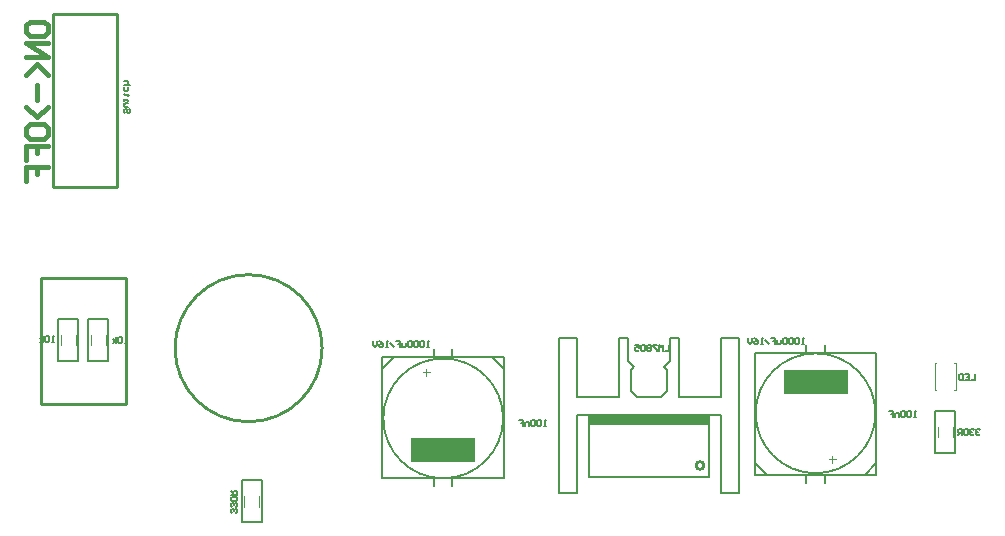
<source format=gbo>
G04*
G04 #@! TF.GenerationSoftware,Altium Limited,Altium Designer,21.0.8 (223)*
G04*
G04 Layer_Color=32896*
%FSTAX24Y24*%
%MOIN*%
G70*
G04*
G04 #@! TF.SameCoordinates,A57ED762-F1FC-47E5-BACA-E58B220B156E*
G04*
G04*
G04 #@! TF.FilePolarity,Positive*
G04*
G01*
G75*
%ADD11C,0.0070*%
%ADD12C,0.0100*%
%ADD15C,0.0050*%
%ADD67C,0.0080*%
%ADD68C,0.0040*%
%ADD69C,0.0157*%
%ADD70R,0.2165X0.0837*%
%ADD71R,0.3990X0.0360*%
D11*
X0349Y02872D02*
X034905Y02879D01*
X03889D01*
X03865Y02703D02*
X03888D01*
X03889Y02704D01*
Y02909D01*
X0349D02*
X03889D01*
X0349Y02704D02*
Y02909D01*
X03489Y02703D02*
X0349Y02704D01*
X03489Y02703D02*
X03865D01*
D12*
X03872Y0274D02*
G03*
X03872Y0274I-00013J0D01*
G01*
X025992Y03131D02*
G03*
X025992Y03131I-002452J0D01*
G01*
X016634Y02944D02*
Y033653D01*
Y02944D02*
X019439D01*
Y033653D01*
X016634D02*
X019439D01*
X019165Y036692D02*
Y042442D01*
X017015Y036692D02*
X019165D01*
X017015D02*
Y042442D01*
X019165D01*
D15*
X044438Y02914D02*
G03*
X044438Y02914I-001998J0D01*
G01*
X04245Y031138D02*
G03*
X04244Y031138I-00001J-001604D01*
G01*
X03002Y026972D02*
G03*
X03003Y026972I00001J001604D01*
G01*
X032028Y02897D02*
G03*
X032028Y02897I-001998J0D01*
G01*
X04244Y027083D02*
X043483D01*
X044074Y027093D02*
X044468Y027486D01*
X04244Y027083D02*
X043739D01*
X04244D02*
X044074D01*
X04244D02*
X044468D01*
Y031138D01*
X04245D02*
X044468D01*
X042135D02*
Y031404D01*
X042745Y031138D02*
Y031404D01*
X042135Y026827D02*
Y027083D01*
X041397D02*
X04244D01*
X040412Y027486D02*
X040806Y027093D01*
X042745Y026827D02*
Y027083D01*
X041141D02*
X04244D01*
X040806D02*
X04244D01*
X040412D02*
X04244D01*
X040412D02*
Y031138D01*
X04243D01*
X04643Y02781D02*
Y02921D01*
X0471D01*
Y02781D02*
Y02921D01*
X04643Y02781D02*
X0471D01*
X03004Y026972D02*
X032058D01*
Y031027D01*
X03003D02*
X032058D01*
X03003D02*
X031664D01*
X03003D02*
X031329D01*
X029725D02*
Y031283D01*
X031664Y031017D02*
X032058Y030624D01*
X03003Y031027D02*
X031073D01*
X030335D02*
Y031283D01*
X029725Y026706D02*
Y026972D01*
X030335Y026706D02*
Y026972D01*
X028002D02*
X03002D01*
X028002D02*
Y031027D01*
X03003D01*
X028396D02*
X03003D01*
X028731D02*
X03003D01*
X028002Y030624D02*
X028396Y031017D01*
X028987Y031027D02*
X03003D01*
X02399Y0255D02*
Y0269D01*
X02332Y0255D02*
X02399D01*
X02332D02*
Y0269D01*
X02399D01*
X01887Y03087D02*
Y03227D01*
X0182Y03087D02*
X01887D01*
X0182D02*
Y03227D01*
X01887D01*
X01787Y03087D02*
Y03227D01*
X0172Y03087D02*
X01787D01*
X0172D02*
Y03227D01*
X01787D01*
X029553Y03134D02*
X029486D01*
X02952D01*
Y03154D01*
X029553Y031507D01*
X029386D02*
X029353Y03154D01*
X029286D01*
X029253Y031507D01*
Y031373D01*
X029286Y03134D01*
X029353D01*
X029386Y031373D01*
Y031507D01*
X029186D02*
X029153Y03154D01*
X029087D01*
X029053Y031507D01*
Y031373D01*
X029087Y03134D01*
X029153D01*
X029186Y031373D01*
Y031507D01*
X028987D02*
X028953Y03154D01*
X028887D01*
X028853Y031507D01*
Y031373D01*
X028887Y03134D01*
X028953D01*
X028987Y031373D01*
Y031507D01*
X028787Y031473D02*
Y031373D01*
X028753Y03134D01*
X028653D01*
Y031473D01*
X028453Y03154D02*
X028587D01*
Y03144D01*
X02852D01*
X028587D01*
Y03134D01*
X028387D02*
X028253Y031473D01*
X028187Y03134D02*
X02812D01*
X028153D01*
Y03154D01*
X028187Y031507D01*
X027887Y03154D02*
X027954Y031507D01*
X02802Y03144D01*
Y031373D01*
X027987Y03134D01*
X02792D01*
X027887Y031373D01*
Y031407D01*
X02792Y03144D01*
X02802D01*
X02782Y03154D02*
Y031407D01*
X027754Y03134D01*
X027687Y031407D01*
Y03154D01*
X047757Y03045D02*
Y03025D01*
X047623D01*
X047423Y03045D02*
X047557D01*
Y03025D01*
X047423D01*
X047557Y03035D02*
X04749D01*
X047357Y03045D02*
Y03025D01*
X047257D01*
X047223Y030283D01*
Y030417D01*
X047257Y03045D01*
X047357D01*
X047937Y028567D02*
X047903Y0286D01*
X047837D01*
X047803Y028567D01*
Y028533D01*
X047837Y0285D01*
X04787D01*
X047837D01*
X047803Y028467D01*
Y028433D01*
X047837Y0284D01*
X047903D01*
X047937Y028433D01*
X047737Y028567D02*
X047703Y0286D01*
X047637D01*
X047603Y028567D01*
Y028533D01*
X047637Y0285D01*
X04767D01*
X047637D01*
X047603Y028467D01*
Y028433D01*
X047637Y0284D01*
X047703D01*
X047737Y028433D01*
X047537Y028567D02*
X047503Y0286D01*
X047437D01*
X047403Y028567D01*
Y028433D01*
X047437Y0284D01*
X047503D01*
X047537Y028433D01*
Y028567D01*
X047337Y0284D02*
Y0286D01*
X047237D01*
X047203Y028567D01*
Y0285D01*
X047237Y028467D01*
X047337D01*
X04727D02*
X047203Y0284D01*
X042063Y03145D02*
X041996D01*
X04203D01*
Y03165D01*
X042063Y031617D01*
X041896D02*
X041863Y03165D01*
X041796D01*
X041763Y031617D01*
Y031483D01*
X041796Y03145D01*
X041863D01*
X041896Y031483D01*
Y031617D01*
X041696D02*
X041663Y03165D01*
X041597D01*
X041563Y031617D01*
Y031483D01*
X041597Y03145D01*
X041663D01*
X041696Y031483D01*
Y031617D01*
X041497D02*
X041463Y03165D01*
X041397D01*
X041363Y031617D01*
Y031483D01*
X041397Y03145D01*
X041463D01*
X041497Y031483D01*
Y031617D01*
X041297Y031583D02*
Y031483D01*
X041263Y03145D01*
X041163D01*
Y031583D01*
X040963Y03165D02*
X041097D01*
Y03155D01*
X04103D01*
X041097D01*
Y03145D01*
X040897D02*
X040763Y031583D01*
X040697Y03145D02*
X04063D01*
X040663D01*
Y03165D01*
X040697Y031617D01*
X040397Y03165D02*
X040464Y031617D01*
X04053Y03155D01*
Y031483D01*
X040497Y03145D01*
X04043D01*
X040397Y031483D01*
Y031517D01*
X04043Y03155D01*
X04053D01*
X04033Y03165D02*
Y031517D01*
X040264Y03145D01*
X040197Y031517D01*
Y03165D01*
X03346Y02872D02*
X033393D01*
X033427D01*
Y02892D01*
X03346Y028887D01*
X033293D02*
X03326Y02892D01*
X033193D01*
X03316Y028887D01*
Y028753D01*
X033193Y02872D01*
X03326D01*
X033293Y028753D01*
Y028887D01*
X033093D02*
X03306Y02892D01*
X032993D01*
X03296Y028887D01*
Y028753D01*
X032993Y02872D01*
X03306D01*
X033093Y028753D01*
Y028887D01*
X032893Y02872D02*
Y028853D01*
X032793D01*
X03276Y02882D01*
Y02872D01*
X03256Y02892D02*
X032693D01*
Y02882D01*
X032627D01*
X032693D01*
Y02872D01*
X0458Y02901D02*
X045733D01*
X045767D01*
Y02921D01*
X0458Y029177D01*
X045633D02*
X0456Y02921D01*
X045533D01*
X0455Y029177D01*
Y029043D01*
X045533Y02901D01*
X0456D01*
X045633Y029043D01*
Y029177D01*
X045433D02*
X0454Y02921D01*
X045333D01*
X0453Y029177D01*
Y029043D01*
X045333Y02901D01*
X0454D01*
X045433Y029043D01*
Y029177D01*
X045233Y02901D02*
Y029143D01*
X045133D01*
X0451Y02911D01*
Y02901D01*
X0449Y02921D02*
X045033D01*
Y02911D01*
X044967D01*
X045033D01*
Y02901D01*
X017053Y0315D02*
X016987D01*
X01702D01*
Y0317D01*
X017053Y031667D01*
X016887D02*
X016853Y0317D01*
X016787D01*
X016753Y031667D01*
Y031533D01*
X016787Y0315D01*
X016853D01*
X016887Y031533D01*
Y031667D01*
X016687Y0315D02*
Y0317D01*
Y031567D02*
X016587Y031633D01*
X016687Y031567D02*
X016587Y0315D01*
X023137Y025823D02*
X02317Y025857D01*
Y025923D01*
X023137Y025957D01*
X023103D01*
X02307Y025923D01*
Y02589D01*
Y025923D01*
X023037Y025957D01*
X023003D01*
X02297Y025923D01*
Y025857D01*
X023003Y025823D01*
X023137Y026023D02*
X02317Y026057D01*
Y026123D01*
X023137Y026157D01*
X023103D01*
X02307Y026123D01*
Y02609D01*
Y026123D01*
X023037Y026157D01*
X023003D01*
X02297Y026123D01*
Y026057D01*
X023003Y026023D01*
X023137Y026223D02*
X02317Y026257D01*
Y026323D01*
X023137Y026357D01*
X023003D01*
X02297Y026323D01*
Y026257D01*
X023003Y026223D01*
X023137D01*
X02297Y026423D02*
X02317D01*
Y026523D01*
X023137Y026557D01*
X02307D01*
X023037Y026523D01*
Y026423D01*
Y02649D02*
X02297Y026557D01*
X019493Y03148D02*
X019427D01*
X01946D01*
Y03168D01*
X019493Y031647D01*
X019327D02*
X019293Y03168D01*
X019227D01*
X019193Y031647D01*
Y031513D01*
X019227Y03148D01*
X019293D01*
X019327Y031513D01*
Y031647D01*
X019127Y03148D02*
Y03168D01*
Y031547D02*
X019027Y031613D01*
X019127Y031547D02*
X019027Y03148D01*
X019557Y03927D02*
X01959Y039237D01*
Y03917D01*
X019557Y039137D01*
X019523D01*
X01949Y03917D01*
Y039237D01*
X019457Y03927D01*
X019423D01*
X01939Y039237D01*
Y03917D01*
X019423Y039137D01*
X019523Y039337D02*
X019423D01*
X01939Y03937D01*
X019423Y039403D01*
X01939Y039437D01*
X019423Y03947D01*
X019523D01*
X01939Y039537D02*
Y039603D01*
Y03957D01*
X019523D01*
Y039537D01*
X019557Y039737D02*
X019523D01*
Y039703D01*
Y03977D01*
Y039737D01*
X019423D01*
X01939Y03977D01*
X019523Y040003D02*
Y039903D01*
X01949Y03987D01*
X019423D01*
X01939Y039903D01*
Y040003D01*
X01959Y04007D02*
X01939D01*
X01949D01*
X019523Y040103D01*
Y04017D01*
X01949Y040203D01*
X01939D01*
X037546Y03143D02*
Y03123D01*
X037413D01*
X037347D02*
Y03143D01*
X03728Y031363D01*
X037213Y03143D01*
Y03123D01*
X037147Y03143D02*
X037013D01*
Y031397D01*
X037147Y031263D01*
Y03123D01*
X036947Y031397D02*
X036913Y03143D01*
X036847D01*
X036813Y031397D01*
Y031363D01*
X036847Y03133D01*
X036813Y031297D01*
Y031263D01*
X036847Y03123D01*
X036913D01*
X036947Y031263D01*
Y031297D01*
X036913Y03133D01*
X036947Y031363D01*
Y031397D01*
X036913Y03133D02*
X036847D01*
X036747Y031397D02*
X036713Y03143D01*
X036647D01*
X036613Y031397D01*
Y031263D01*
X036647Y03123D01*
X036713D01*
X036747Y031263D01*
Y031397D01*
X036414Y03143D02*
X036547D01*
Y03133D01*
X03648Y031363D01*
X036447D01*
X036414Y03133D01*
Y031263D01*
X036447Y03123D01*
X036513D01*
X036547Y031263D01*
D67*
X03449Y02909D02*
X03929D01*
X03389Y02649D02*
Y03164D01*
X03449D01*
Y02969D02*
Y03164D01*
Y02969D02*
X03589D01*
Y03164D01*
X03619D01*
Y03089D02*
Y03164D01*
Y03089D02*
X03639Y03069D01*
X03629Y03059D02*
X03639Y03069D01*
X03629Y02989D02*
Y03059D01*
Y02989D02*
X03649Y02969D01*
X03729D02*
X03749Y02989D01*
Y03059D01*
X03739Y03069D02*
X03749Y03059D01*
X03739Y03069D02*
X03759Y03089D01*
Y03164D01*
X03789D01*
Y02969D02*
Y03164D01*
Y02969D02*
X03929D01*
Y03164D01*
X03989D01*
X03649Y02969D02*
X03729D01*
X03989Y02649D02*
Y03164D01*
X03929Y02649D02*
X03989D01*
X03929D02*
Y02909D01*
X03449Y02649D02*
Y02909D01*
X03389Y02649D02*
X03449D01*
D68*
X04707Y030814D02*
X04712D01*
Y029914D02*
Y030814D01*
X04707Y029914D02*
X04712D01*
X04642Y030814D02*
X04647D01*
X04642Y029914D02*
Y030814D01*
Y029914D02*
X04647D01*
X04702Y02834D02*
Y02868D01*
X04652Y02834D02*
Y02868D01*
X0234Y02603D02*
Y02637D01*
X0239Y02603D02*
Y02637D01*
X01828Y0314D02*
Y03174D01*
X01878Y0314D02*
Y03174D01*
X01728Y0314D02*
Y03174D01*
X01778Y0314D02*
Y03174D01*
X042999Y027486D02*
Y02772D01*
X043115Y027603D02*
X042882D01*
X029471Y030624D02*
Y03039D01*
X029355Y030507D02*
X029588D01*
D69*
X016132Y041838D02*
Y042074D01*
X01625Y042192D01*
X016722D01*
X01684Y042074D01*
Y041838D01*
X016722Y04172D01*
X01625D01*
X016132Y041838D01*
X01684Y041484D02*
X016132D01*
X01684Y041011D01*
X016132D01*
X01684Y040421D02*
X016486Y040775D01*
X016132Y040421D01*
X016486Y040067D02*
Y039595D01*
X01684Y039358D02*
X016486Y039004D01*
X016132Y039358D01*
Y038414D02*
Y03865D01*
X01625Y038768D01*
X016722D01*
X01684Y03865D01*
Y038414D01*
X016722Y038296D01*
X01625D01*
X016132Y038414D01*
Y037587D02*
Y03806D01*
X016486D01*
Y037824D01*
Y03806D01*
X01684D01*
X016132Y036879D02*
Y037351D01*
X016486D01*
Y037115D01*
Y037351D01*
X01684D01*
D70*
X04244Y030198D02*
D03*
X03003Y027912D02*
D03*
D71*
X036905Y0289D02*
D03*
M02*

</source>
